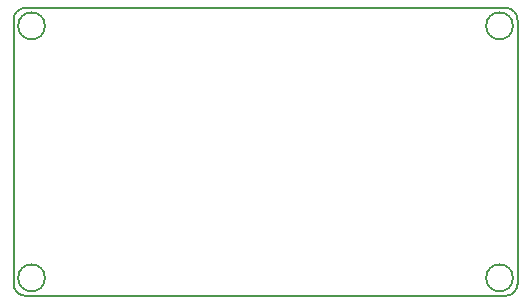
<source format=gm1>
G04 #@! TF.GenerationSoftware,KiCad,Pcbnew,5.0.2-bee76a0~70~ubuntu18.04.1*
G04 #@! TF.CreationDate,2019-02-19T10:37:21+11:00*
G04 #@! TF.ProjectId,BACEE,42414345-452e-46b6-9963-61645f706362,2*
G04 #@! TF.SameCoordinates,Original*
G04 #@! TF.FileFunction,Profile,NP*
%FSLAX46Y46*%
G04 Gerber Fmt 4.6, Leading zero omitted, Abs format (unit mm)*
G04 Created by KiCad (PCBNEW 5.0.2-bee76a0~70~ubuntu18.04.1) date Tue 19 Feb 2019 10:37:21 AM AEDT*
%MOMM*%
%LPD*%
G01*
G04 APERTURE LIST*
%ADD10C,0.150000*%
G04 APERTURE END LIST*
D10*
X136652000Y-90932000D02*
X96012000Y-90932000D01*
X137668000Y-114300000D02*
X137668000Y-91948000D01*
X96012000Y-115316000D02*
X136652000Y-115316000D01*
X94996000Y-91948000D02*
X94996000Y-114300000D01*
X137279923Y-113792000D02*
G75*
G03X137279923Y-113792000I-1135923J0D01*
G01*
X97655923Y-113792000D02*
G75*
G03X97655923Y-113792000I-1135923J0D01*
G01*
X97655923Y-92456000D02*
G75*
G03X97655923Y-92456000I-1135923J0D01*
G01*
X137279923Y-92456000D02*
G75*
G03X137279923Y-92456000I-1135923J0D01*
G01*
X136652000Y-90932000D02*
G75*
G02X137668000Y-91948000I0J-1016000D01*
G01*
X137668000Y-114300000D02*
G75*
G02X136652000Y-115316000I-1016000J0D01*
G01*
X96012000Y-115316000D02*
G75*
G02X94996000Y-114300000I0J1016000D01*
G01*
X94996000Y-91948000D02*
G75*
G02X96012000Y-90932000I1016000J0D01*
G01*
M02*

</source>
